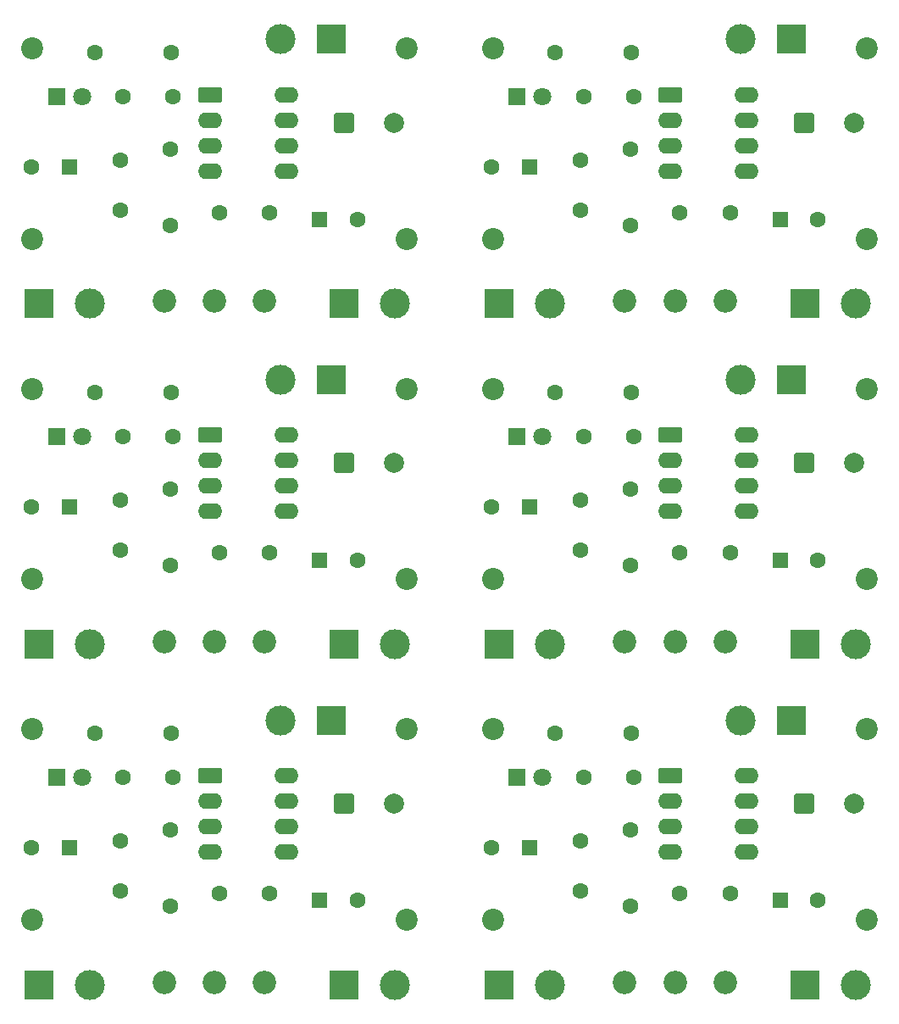
<source format=gbr>
%TF.GenerationSoftware,KiCad,Pcbnew,9.0.4*%
%TF.CreationDate,2025-08-29T11:04:37+02:00*%
%TF.ProjectId,TDA7267_3x2_panel,54444137-3236-4375-9f33-78325f70616e,rev?*%
%TF.SameCoordinates,Original*%
%TF.FileFunction,Soldermask,Bot*%
%TF.FilePolarity,Negative*%
%FSLAX46Y46*%
G04 Gerber Fmt 4.6, Leading zero omitted, Abs format (unit mm)*
G04 Created by KiCad (PCBNEW 9.0.4) date 2025-08-29 11:04:37*
%MOMM*%
%LPD*%
G01*
G04 APERTURE LIST*
G04 Aperture macros list*
%AMRoundRect*
0 Rectangle with rounded corners*
0 $1 Rounding radius*
0 $2 $3 $4 $5 $6 $7 $8 $9 X,Y pos of 4 corners*
0 Add a 4 corners polygon primitive as box body*
4,1,4,$2,$3,$4,$5,$6,$7,$8,$9,$2,$3,0*
0 Add four circle primitives for the rounded corners*
1,1,$1+$1,$2,$3*
1,1,$1+$1,$4,$5*
1,1,$1+$1,$6,$7*
1,1,$1+$1,$8,$9*
0 Add four rect primitives between the rounded corners*
20,1,$1+$1,$2,$3,$4,$5,0*
20,1,$1+$1,$4,$5,$6,$7,0*
20,1,$1+$1,$6,$7,$8,$9,0*
20,1,$1+$1,$8,$9,$2,$3,0*%
G04 Aperture macros list end*
%ADD10RoundRect,0.250000X-0.550000X-0.550000X0.550000X-0.550000X0.550000X0.550000X-0.550000X0.550000X0*%
%ADD11C,1.600000*%
%ADD12C,2.200000*%
%ADD13RoundRect,0.250000X-0.750000X-0.750000X0.750000X-0.750000X0.750000X0.750000X-0.750000X0.750000X0*%
%ADD14C,2.000000*%
%ADD15C,2.340000*%
%ADD16RoundRect,0.250000X0.550000X0.550000X-0.550000X0.550000X-0.550000X-0.550000X0.550000X-0.550000X0*%
%ADD17R,3.000000X3.000000*%
%ADD18C,3.000000*%
%ADD19RoundRect,0.250000X-0.950000X-0.550000X0.950000X-0.550000X0.950000X0.550000X-0.950000X0.550000X0*%
%ADD20O,2.400000X1.600000*%
%ADD21R,1.800000X1.800000*%
%ADD22C,1.800000*%
G04 APERTURE END LIST*
D10*
%TO.C,C2*%
X91497349Y-128100000D03*
D11*
X95297349Y-128100000D03*
%TD*%
D12*
%TO.C,H2*%
X100200000Y-111000000D03*
%TD*%
D13*
%TO.C,C6*%
X93932323Y-118400000D03*
D14*
X98932323Y-118400000D03*
%TD*%
D15*
%TO.C,RV1*%
X76000000Y-136250000D03*
X81000000Y-136250000D03*
X86000000Y-136250000D03*
%TD*%
D12*
%TO.C,H3*%
X62800000Y-130000000D03*
%TD*%
D16*
%TO.C,C4*%
X66500000Y-122800000D03*
D11*
X62700000Y-122800000D03*
%TD*%
D17*
%TO.C,VCC1*%
X63420000Y-136500000D03*
D18*
X68500000Y-136500000D03*
%TD*%
D11*
%TO.C,R2*%
X69050000Y-111387500D03*
X76670000Y-111387500D03*
%TD*%
%TO.C,C1*%
X86500000Y-127400000D03*
X81500000Y-127400000D03*
%TD*%
D19*
%TO.C,TDA7267*%
X80560000Y-115620000D03*
D20*
X80560000Y-118160000D03*
X80560000Y-120700000D03*
X80560000Y-123240000D03*
X88180000Y-123240000D03*
X88180000Y-120700000D03*
X88180000Y-118160000D03*
X88180000Y-115620000D03*
%TD*%
D12*
%TO.C,H4*%
X100200000Y-130000000D03*
%TD*%
D11*
%TO.C,C5*%
X71860000Y-115787500D03*
X76860000Y-115787500D03*
%TD*%
D17*
%TO.C,OUT1*%
X92680000Y-110087500D03*
D18*
X87600000Y-110087500D03*
%TD*%
D21*
%TO.C,D1*%
X65230000Y-115800000D03*
D22*
X67770000Y-115800000D03*
%TD*%
D17*
%TO.C,IN1*%
X93960000Y-136500000D03*
D18*
X99040000Y-136500000D03*
%TD*%
D11*
%TO.C,C3*%
X71560000Y-127147500D03*
X71560000Y-122147500D03*
%TD*%
D12*
%TO.C,H1*%
X62800000Y-111000000D03*
%TD*%
D11*
%TO.C,R1*%
X76560000Y-128647500D03*
X76560000Y-121027500D03*
%TD*%
D10*
%TO.C,C2*%
X137497349Y-94100000D03*
D11*
X141297349Y-94100000D03*
%TD*%
D12*
%TO.C,H2*%
X146200000Y-77000000D03*
%TD*%
D13*
%TO.C,C6*%
X139932323Y-84400000D03*
D14*
X144932323Y-84400000D03*
%TD*%
D15*
%TO.C,RV1*%
X122000000Y-102250000D03*
X127000000Y-102250000D03*
X132000000Y-102250000D03*
%TD*%
D12*
%TO.C,H3*%
X108800000Y-96000000D03*
%TD*%
D16*
%TO.C,C4*%
X112500000Y-88800000D03*
D11*
X108700000Y-88800000D03*
%TD*%
D17*
%TO.C,VCC1*%
X109420000Y-102500000D03*
D18*
X114500000Y-102500000D03*
%TD*%
D11*
%TO.C,R2*%
X115050000Y-77387500D03*
X122670000Y-77387500D03*
%TD*%
%TO.C,C1*%
X132500000Y-93400000D03*
X127500000Y-93400000D03*
%TD*%
D19*
%TO.C,TDA7267*%
X126560000Y-81620000D03*
D20*
X126560000Y-84160000D03*
X126560000Y-86700000D03*
X126560000Y-89240000D03*
X134180000Y-89240000D03*
X134180000Y-86700000D03*
X134180000Y-84160000D03*
X134180000Y-81620000D03*
%TD*%
D12*
%TO.C,H4*%
X146200000Y-96000000D03*
%TD*%
D11*
%TO.C,C5*%
X117860000Y-81787500D03*
X122860000Y-81787500D03*
%TD*%
D17*
%TO.C,OUT1*%
X138680000Y-76087500D03*
D18*
X133600000Y-76087500D03*
%TD*%
D21*
%TO.C,D1*%
X111230000Y-81800000D03*
D22*
X113770000Y-81800000D03*
%TD*%
D17*
%TO.C,IN1*%
X139960000Y-102500000D03*
D18*
X145040000Y-102500000D03*
%TD*%
D11*
%TO.C,C3*%
X117560000Y-93147500D03*
X117560000Y-88147500D03*
%TD*%
D12*
%TO.C,H1*%
X108800000Y-77000000D03*
%TD*%
D11*
%TO.C,R1*%
X122560000Y-94647500D03*
X122560000Y-87027500D03*
%TD*%
D10*
%TO.C,C2*%
X91497349Y-94100000D03*
D11*
X95297349Y-94100000D03*
%TD*%
D12*
%TO.C,H2*%
X100200000Y-77000000D03*
%TD*%
D13*
%TO.C,C6*%
X93932323Y-84400000D03*
D14*
X98932323Y-84400000D03*
%TD*%
D15*
%TO.C,RV1*%
X76000000Y-102250000D03*
X81000000Y-102250000D03*
X86000000Y-102250000D03*
%TD*%
D12*
%TO.C,H3*%
X62800000Y-96000000D03*
%TD*%
D16*
%TO.C,C4*%
X66500000Y-88800000D03*
D11*
X62700000Y-88800000D03*
%TD*%
D17*
%TO.C,VCC1*%
X63420000Y-102500000D03*
D18*
X68500000Y-102500000D03*
%TD*%
D11*
%TO.C,R2*%
X69050000Y-77387500D03*
X76670000Y-77387500D03*
%TD*%
%TO.C,C1*%
X86500000Y-93400000D03*
X81500000Y-93400000D03*
%TD*%
D19*
%TO.C,TDA7267*%
X80560000Y-81620000D03*
D20*
X80560000Y-84160000D03*
X80560000Y-86700000D03*
X80560000Y-89240000D03*
X88180000Y-89240000D03*
X88180000Y-86700000D03*
X88180000Y-84160000D03*
X88180000Y-81620000D03*
%TD*%
D12*
%TO.C,H4*%
X100200000Y-96000000D03*
%TD*%
D11*
%TO.C,C5*%
X71860000Y-81787500D03*
X76860000Y-81787500D03*
%TD*%
D17*
%TO.C,OUT1*%
X92680000Y-76087500D03*
D18*
X87600000Y-76087500D03*
%TD*%
D21*
%TO.C,D1*%
X65230000Y-81800000D03*
D22*
X67770000Y-81800000D03*
%TD*%
D17*
%TO.C,IN1*%
X93960000Y-102500000D03*
D18*
X99040000Y-102500000D03*
%TD*%
D11*
%TO.C,C3*%
X71560000Y-93147500D03*
X71560000Y-88147500D03*
%TD*%
D12*
%TO.C,H1*%
X62800000Y-77000000D03*
%TD*%
D11*
%TO.C,R1*%
X76560000Y-94647500D03*
X76560000Y-87027500D03*
%TD*%
D10*
%TO.C,C2*%
X137497349Y-60100000D03*
D11*
X141297349Y-60100000D03*
%TD*%
D12*
%TO.C,H2*%
X146200000Y-43000000D03*
%TD*%
D13*
%TO.C,C6*%
X139932323Y-50400000D03*
D14*
X144932323Y-50400000D03*
%TD*%
D15*
%TO.C,RV1*%
X122000000Y-68250000D03*
X127000000Y-68250000D03*
X132000000Y-68250000D03*
%TD*%
D12*
%TO.C,H3*%
X108800000Y-62000000D03*
%TD*%
D16*
%TO.C,C4*%
X112500000Y-54800000D03*
D11*
X108700000Y-54800000D03*
%TD*%
D17*
%TO.C,VCC1*%
X109420000Y-68500000D03*
D18*
X114500000Y-68500000D03*
%TD*%
D11*
%TO.C,R2*%
X115050000Y-43387500D03*
X122670000Y-43387500D03*
%TD*%
%TO.C,C1*%
X132500000Y-59400000D03*
X127500000Y-59400000D03*
%TD*%
D19*
%TO.C,TDA7267*%
X126560000Y-47620000D03*
D20*
X126560000Y-50160000D03*
X126560000Y-52700000D03*
X126560000Y-55240000D03*
X134180000Y-55240000D03*
X134180000Y-52700000D03*
X134180000Y-50160000D03*
X134180000Y-47620000D03*
%TD*%
D12*
%TO.C,H4*%
X146200000Y-62000000D03*
%TD*%
D11*
%TO.C,C5*%
X117860000Y-47787500D03*
X122860000Y-47787500D03*
%TD*%
D17*
%TO.C,OUT1*%
X138680000Y-42087500D03*
D18*
X133600000Y-42087500D03*
%TD*%
D21*
%TO.C,D1*%
X111230000Y-47800000D03*
D22*
X113770000Y-47800000D03*
%TD*%
D17*
%TO.C,IN1*%
X139960000Y-68500000D03*
D18*
X145040000Y-68500000D03*
%TD*%
D11*
%TO.C,C3*%
X117560000Y-59147500D03*
X117560000Y-54147500D03*
%TD*%
D12*
%TO.C,H1*%
X108800000Y-43000000D03*
%TD*%
D11*
%TO.C,R1*%
X122560000Y-60647500D03*
X122560000Y-53027500D03*
%TD*%
D10*
%TO.C,C2*%
X91497349Y-60100000D03*
D11*
X95297349Y-60100000D03*
%TD*%
D12*
%TO.C,H2*%
X100200000Y-43000000D03*
%TD*%
D13*
%TO.C,C6*%
X93932323Y-50400000D03*
D14*
X98932323Y-50400000D03*
%TD*%
D15*
%TO.C,RV1*%
X76000000Y-68250000D03*
X81000000Y-68250000D03*
X86000000Y-68250000D03*
%TD*%
D12*
%TO.C,H3*%
X62800000Y-62000000D03*
%TD*%
D16*
%TO.C,C4*%
X66500000Y-54800000D03*
D11*
X62700000Y-54800000D03*
%TD*%
D17*
%TO.C,VCC1*%
X63420000Y-68500000D03*
D18*
X68500000Y-68500000D03*
%TD*%
D11*
%TO.C,R2*%
X69050000Y-43387500D03*
X76670000Y-43387500D03*
%TD*%
%TO.C,C1*%
X86500000Y-59400000D03*
X81500000Y-59400000D03*
%TD*%
D19*
%TO.C,TDA7267*%
X80560000Y-47620000D03*
D20*
X80560000Y-50160000D03*
X80560000Y-52700000D03*
X80560000Y-55240000D03*
X88180000Y-55240000D03*
X88180000Y-52700000D03*
X88180000Y-50160000D03*
X88180000Y-47620000D03*
%TD*%
D12*
%TO.C,H4*%
X100200000Y-62000000D03*
%TD*%
D11*
%TO.C,C5*%
X71860000Y-47787500D03*
X76860000Y-47787500D03*
%TD*%
D17*
%TO.C,OUT1*%
X92680000Y-42087500D03*
D18*
X87600000Y-42087500D03*
%TD*%
D21*
%TO.C,D1*%
X65230000Y-47800000D03*
D22*
X67770000Y-47800000D03*
%TD*%
D17*
%TO.C,IN1*%
X93960000Y-68500000D03*
D18*
X99040000Y-68500000D03*
%TD*%
D11*
%TO.C,C3*%
X71560000Y-59147500D03*
X71560000Y-54147500D03*
%TD*%
D12*
%TO.C,H1*%
X62800000Y-43000000D03*
%TD*%
D11*
%TO.C,R1*%
X76560000Y-60647500D03*
X76560000Y-53027500D03*
%TD*%
%TO.C,C3*%
X117560000Y-127147500D03*
X117560000Y-122147500D03*
%TD*%
D17*
%TO.C,IN1*%
X139960000Y-136500000D03*
D18*
X145040000Y-136500000D03*
%TD*%
D11*
%TO.C,R1*%
X122560000Y-128647500D03*
X122560000Y-121027500D03*
%TD*%
D21*
%TO.C,D1*%
X111230000Y-115800000D03*
D22*
X113770000Y-115800000D03*
%TD*%
D12*
%TO.C,H1*%
X108800000Y-111000000D03*
%TD*%
D17*
%TO.C,OUT1*%
X138680000Y-110087500D03*
D18*
X133600000Y-110087500D03*
%TD*%
D11*
%TO.C,C5*%
X117860000Y-115787500D03*
X122860000Y-115787500D03*
%TD*%
D12*
%TO.C,H4*%
X146200000Y-130000000D03*
%TD*%
D11*
%TO.C,C1*%
X132500000Y-127400000D03*
X127500000Y-127400000D03*
%TD*%
D19*
%TO.C,TDA7267*%
X126560000Y-115620000D03*
D20*
X126560000Y-118160000D03*
X126560000Y-120700000D03*
X126560000Y-123240000D03*
X134180000Y-123240000D03*
X134180000Y-120700000D03*
X134180000Y-118160000D03*
X134180000Y-115620000D03*
%TD*%
D11*
%TO.C,R2*%
X115050000Y-111387500D03*
X122670000Y-111387500D03*
%TD*%
D17*
%TO.C,VCC1*%
X109420000Y-136500000D03*
D18*
X114500000Y-136500000D03*
%TD*%
D12*
%TO.C,H2*%
X146200000Y-111000000D03*
%TD*%
D10*
%TO.C,C2*%
X137497349Y-128100000D03*
D11*
X141297349Y-128100000D03*
%TD*%
D13*
%TO.C,C6*%
X139932323Y-118400000D03*
D14*
X144932323Y-118400000D03*
%TD*%
D16*
%TO.C,C4*%
X112500000Y-122800000D03*
D11*
X108700000Y-122800000D03*
%TD*%
D15*
%TO.C,RV1*%
X122000000Y-136250000D03*
X127000000Y-136250000D03*
X132000000Y-136250000D03*
%TD*%
D12*
%TO.C,H3*%
X108800000Y-130000000D03*
%TD*%
M02*

</source>
